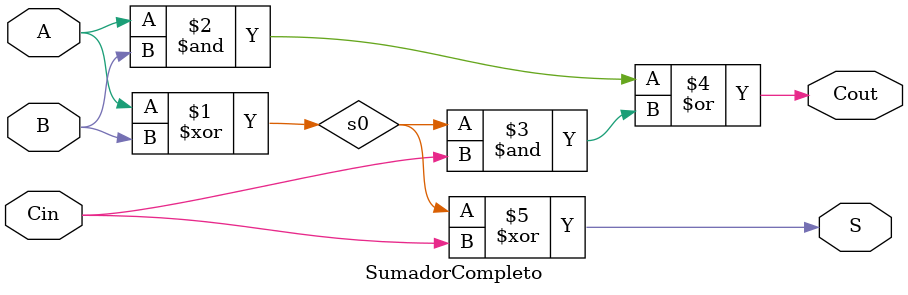
<source format=v>
/*
 * Generated by Digital. Don't modify this file!
 * Any changes will be lost if this file is regenerated.
 */

module SumadorCompleto (
  input A,
  input B,
  input Cin,
  output Cout,
  output S
);
  wire s0;
  assign s0 = (A ^ B);
  assign Cout = ((A & B) | (s0 & Cin));
  assign S = (s0 ^ Cin);
endmodule

</source>
